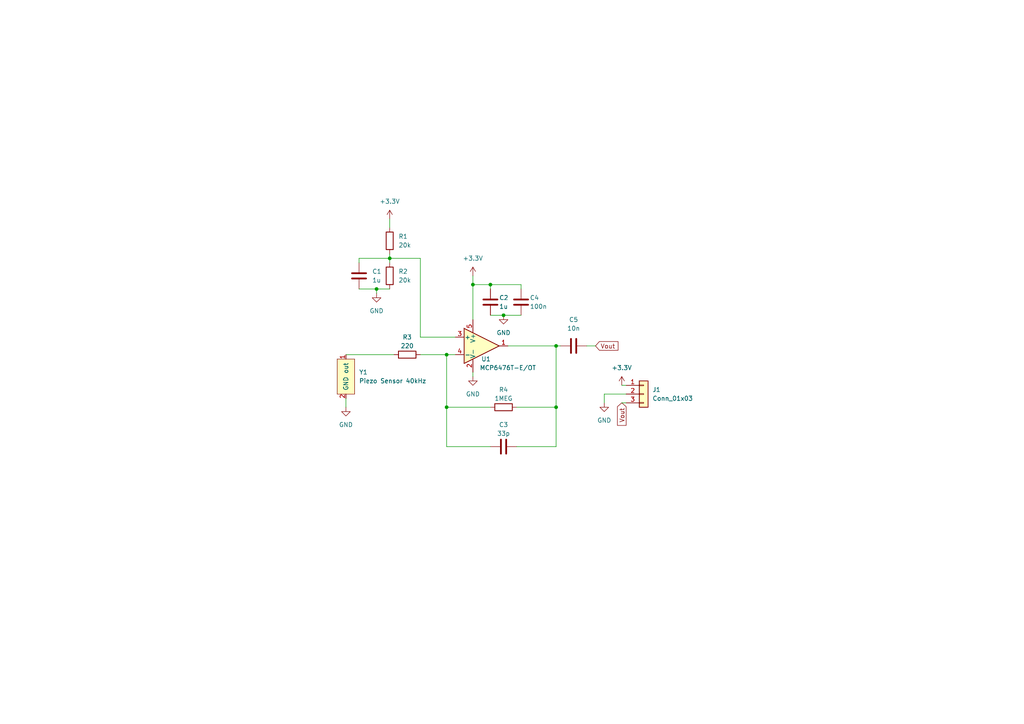
<source format=kicad_sch>
(kicad_sch (version 20211123) (generator eeschema)
  (paper "A4")
  (lib_symbols
    (symbol "Connector_Generic:Conn_01x03" (pin_names (offset 1.016) hide)
      (property "Reference" "J" (at 0 5.08 0))
      (property "Value" "Conn_01x03" (at 0 -5.08 0))
      (symbol "Conn_01x03_1_1"
        (rectangle (start -1.27 -2.413) (end 0 -2.667) (stroke (width 0.1524)))
        (rectangle (start -1.27 0.127) (end 0 -0.127) (stroke (width 0.1524)))
        (rectangle (start -1.27 2.667) (end 0 2.413) (stroke (width 0.1524)))
        (rectangle (start -1.27 3.81) (end 1.27 -3.81) (stroke (width 0.254)) (fill (type background)))
        (pin passive line (at -5.08 2.54 0) (length 3.81) (name "Pin_1") (number "1"))
        (pin passive line (at -5.08 0 0) (length 3.81) (name "Pin_2") (number "2"))
        (pin passive line (at -5.08 -2.54 0) (length 3.81) (name "Pin_3") (number "3"))
      )
    )
    (symbol "Device:C" (pin_numbers hide) (pin_names (offset 0.254))
      (property "Reference" "C" (at 0.635 2.54 0))
      (property "Value" "C" (at 0.635 -2.54 0))
      (symbol "C_0_1"
        (polyline (pts (xy -2.032 -0.762) (xy 2.032 -0.762)) (stroke (width 0.508)))
        (polyline (pts (xy -2.032 0.762) (xy 2.032 0.762)) (stroke (width 0.508)))
      )
      (symbol "C_1_1"
        (pin passive line (at 0 3.81 270) (length 2.794) (name "~") (number "1"))
        (pin passive line (at 0 -3.81 90) (length 2.794) (name "~") (number "2"))
      )
    )
    (symbol "Device:R" (pin_numbers hide) (pin_names (offset 0))
      (property "Reference" "R" (at 2.032 0 90))
      (property "Value" "R" (at 0 0 90))
      (symbol "R_0_1"
        (rectangle (start -1.016 -2.54) (end 1.016 2.54) (stroke (width 0.254)))
      )
      (symbol "R_1_1"
        (pin passive line (at 0 3.81 270) (length 1.27) (name "~") (number "1"))
        (pin passive line (at 0 -3.81 90) (length 1.27) (name "~") (number "2"))
      )
    )
    (symbol "piezo_preamp:MCP6476T-E{slash}OT" (pin_names (offset 0.127))
      (property "Reference" "U" (at 0 5.08 0))
      (property "Value" "MCP6476T-E{slash}OT" (at 0 -5.08 0))
      (symbol "MCP6476T-E{slash}OT_0_1"
        (polyline (pts (xy -5.08 5.08) (xy 5.08 0) (xy -5.08 -5.08) (xy -5.08 5.08)) (stroke (width 0.254)) (fill (type background)))
        (pin power_in line (at -2.54 -7.62 90) (length 3.81) (name "V-") (number "2"))
        (pin power_in line (at -2.54 7.62 270) (length 3.81) (name "V+") (number "5"))
      )
      (symbol "MCP6476T-E{slash}OT_1_1"
        (pin output line (at 7.62 0 180) (length 2.54) (name "~") (number "1"))
        (pin input line (at -7.62 2.54 0) (length 2.54) (name "+") (number "3"))
        (pin input line (at -7.62 -2.54 0) (length 2.54) (name "-") (number "4"))
      )
    )
    (symbol "piezo_preamp:Piezo Sensor 40kHz" (pin_names (offset 1.016))
      (property "Reference" "Y" (at 0 3.81 0))
      (property "Value" "Piezo Sensor 40kHz" (at 0 -3.81 0))
      (symbol "Piezo Sensor 40kHz_0_1"
        (rectangle (start 5.08 -2.54) (end -5.08 2.54) (fill (type background)))
      )
      (symbol "Piezo Sensor 40kHz_1_1"
        (pin output line (at -6.35 0 0) (length 1.27) (name "out") (number "1"))
        (pin passive line (at 6.35 0 180) (length 1.27) (name "GND") (number "2"))
      )
    )
    (symbol "power:+3.3V" (power) (pin_names (offset 0))
      (property "Value" "+3.3V" (at 0 3.556 0))
      (symbol "+3.3V_0_1"
        (polyline (pts (xy -0.762 1.27) (xy 0 2.54)))
        (polyline (pts (xy 0 0) (xy 0 2.54)))
        (polyline (pts (xy 0 2.54) (xy 0.762 1.27)))
      )
      (symbol "+3.3V_1_1"
        (pin power_in line (at 0 0 90) (length 0) hide (name "+3.3V") (number "1"))
      )
    )
    (symbol "power:GND" (power) (pin_names (offset 0))
      (property "Value" "GND" (at 0 -3.81 0))
      (symbol "GND_0_1"
        (polyline (pts (xy 0 0) (xy 0 -1.27) (xy 1.27 -1.27) (xy 0 -2.54) (xy -1.27 -1.27) (xy 0 -1.27)))
      )
      (symbol "GND_1_1"
        (pin power_in line (at 0 0 270) (length 0) hide (name "GND") (number "1"))
      )
    )
  )
  (junction (at 146.05 91.44))
  (junction (at 142.24 82.55))
  (junction (at 161.29 100.33))
  (junction (at 129.54 118.11))
  (junction (at 161.29 118.11))
  (junction (at 137.16 82.55))
  (junction (at 129.54 102.87))
  (junction (at 113.03 74.93))
  (junction (at 109.22 83.82))
  (wire (pts (xy 113.03 74.93) (xy 113.03 76.2)))
  (wire (pts (xy 161.29 129.54) (xy 149.86 129.54)))
  (wire (pts (xy 137.16 82.55) (xy 142.24 82.55)))
  (wire (pts (xy 175.26 116.84) (xy 175.26 114.3)))
  (wire (pts (xy 121.92 97.79) (xy 121.92 74.93)))
  (wire (pts (xy 180.34 111.76) (xy 181.61 111.76)))
  (wire (pts (xy 180.34 116.84) (xy 181.61 116.84)))
  (wire (pts (xy 104.14 83.82) (xy 109.22 83.82)))
  (wire (pts (xy 100.33 102.87) (xy 114.3 102.87)))
  (wire (pts (xy 109.22 85.09) (xy 109.22 83.82)))
  (wire (pts (xy 151.13 82.55) (xy 151.13 83.82)))
  (wire (pts (xy 132.08 97.79) (xy 121.92 97.79)))
  (wire (pts (xy 161.29 100.33) (xy 161.29 118.11)))
  (wire (pts (xy 137.16 109.22) (xy 137.16 107.95)))
  (wire (pts (xy 170.18 100.33) (xy 172.72 100.33)))
  (wire (pts (xy 104.14 76.2) (xy 104.14 74.93)))
  (wire (pts (xy 100.33 115.57) (xy 100.33 118.11)))
  (wire (pts (xy 149.86 118.11) (xy 161.29 118.11)))
  (wire (pts (xy 129.54 118.11) (xy 129.54 102.87)))
  (wire (pts (xy 161.29 118.11) (xy 161.29 129.54)))
  (wire (pts (xy 104.14 74.93) (xy 113.03 74.93)))
  (wire (pts (xy 142.24 82.55) (xy 151.13 82.55)))
  (wire (pts (xy 147.32 100.33) (xy 161.29 100.33)))
  (wire (pts (xy 161.29 100.33) (xy 162.56 100.33)))
  (wire (pts (xy 146.05 91.44) (xy 151.13 91.44)))
  (wire (pts (xy 113.03 63.5) (xy 113.03 66.04)))
  (wire (pts (xy 113.03 73.66) (xy 113.03 74.93)))
  (wire (pts (xy 129.54 129.54) (xy 142.24 129.54)))
  (wire (pts (xy 137.16 80.01) (xy 137.16 82.55)))
  (wire (pts (xy 129.54 118.11) (xy 142.24 118.11)))
  (wire (pts (xy 121.92 102.87) (xy 129.54 102.87)))
  (wire (pts (xy 109.22 83.82) (xy 113.03 83.82)))
  (wire (pts (xy 142.24 91.44) (xy 146.05 91.44)))
  (wire (pts (xy 129.54 102.87) (xy 132.08 102.87)))
  (wire (pts (xy 121.92 74.93) (xy 113.03 74.93)))
  (wire (pts (xy 137.16 82.55) (xy 137.16 92.71)))
  (wire (pts (xy 129.54 118.11) (xy 129.54 129.54)))
  (wire (pts (xy 142.24 82.55) (xy 142.24 83.82)))
  (wire (pts (xy 175.26 114.3) (xy 181.61 114.3)))
  (global_label "Vout" (shape input) (at 180.34 116.84 270) (property "Intersheet References" "${INTERSHEET_REFS}" (effects hide)))
  (global_label "Vout" (shape input) (at 172.72 100.33 0) (property "Intersheet References" "${INTERSHEET_REFS}" (effects hide)))
  (symbol (lib_id "Connector_Generic:Conn_01x03") (at 186.69 114.3 0) (unit 1)
    (property "Reference" "J1" (at 189.23 113.0299 0) (effects (justify left)))
    (property "Value" "Conn_01x03" (at 189.23 115.5699 0) (effects (justify left)))
    (property "Footprint" "Connector_PinHeader_2.54mm:PinHeader_1x03_P2.54mm_Vertical" (effects hide))
  )
  (symbol (lib_id "Device:R") (at 113.03 80.01 0) (unit 1)
    (property "Reference" "R2" (at 115.57 78.7399 0) (effects (justify left)))
    (property "Value" "20k" (at 115.57 81.2799 0) (effects (justify left)))
    (property "Footprint" "Resistor_SMD:R_0805_2012Metric_Pad1.20x1.40mm_HandSolder" (effects hide))
  )
  (symbol (lib_id "power:GND") (at 146.05 91.44 0) (unit 1)
    (property "Reference" "#PWR06" (effects hide))
    (property "Value" "GND" (at 146.05 96.52 0))
  )
  (symbol (lib_id "power:GND") (at 175.26 116.84 0) (unit 1)
    (property "Reference" "#PWR07" (effects hide))
    (property "Value" "GND" (at 175.26 121.92 0))
  )
  (symbol (lib_id "piezo_preamp:MCP6476T-E{slash}OT") (at 139.7 100.33 0) (unit 1)
    (property "Reference" "U1" (at 140.97 104.14 0))
    (property "Value" "MCP6476T-E/OT" (at 147.32 106.68 0))
    (property "Footprint" "Package_TO_SOT_SMD:SOT-23-5" (effects hide))
    (property "Datasheet" "https://www.mouser.de/datasheet/2/268/MCP6476_6R_6U_7_9_Data_Sheet_20006419B-2449557.pdf" (effects hide))
  )
  (symbol (lib_id "power:GND") (at 109.22 85.09 0) (unit 1)
    (property "Reference" "#PWR02" (effects hide))
    (property "Value" "GND" (at 109.22 90.17 0))
  )
  (symbol (lib_id "power:+3.3V") (at 180.34 111.76 0) (unit 1)
    (property "Reference" "#PWR08" (effects hide))
    (property "Value" "+3.3V" (at 180.34 106.68 0))
  )
  (symbol (lib_id "Device:C") (at 146.05 129.54 90) (unit 1)
    (property "Reference" "C3" (at 146.05 123.19 90))
    (property "Value" "33p" (at 146.05 125.73 90))
    (property "Footprint" "Capacitor_SMD:C_0805_2012Metric_Pad1.18x1.45mm_HandSolder" (effects hide))
  )
  (symbol (lib_id "power:+3.3V") (at 113.03 63.5 0) (unit 1)
    (property "Reference" "#PWR03" (effects hide))
    (property "Value" "+3.3V" (at 113.03 58.42 0))
  )
  (symbol (lib_id "piezo_preamp:Piezo Sensor 40kHz") (at 100.33 109.22 270) (unit 1)
    (property "Reference" "Y1" (at 104.14 107.9499 90) (effects (justify left)))
    (property "Value" "Piezo Sensor 40kHz" (at 104.14 110.4899 90) (effects (justify left)))
    (property "Footprint" "preamp_footprints:piezo_sensor_D25mm" (effects hide))
    (property "Datasheet" "https://www.mouser.de/datasheet/2/911/ProWave_114_400EP25U_400EP25U__Spec-3006859.pdf" (effects hide))
  )
  (symbol (lib_id "Device:R") (at 113.03 69.85 0) (unit 1)
    (property "Reference" "R1" (at 115.57 68.5799 0) (effects (justify left)))
    (property "Value" "20k" (at 115.57 71.1199 0) (effects (justify left)))
    (property "Footprint" "Resistor_SMD:R_0805_2012Metric_Pad1.20x1.40mm_HandSolder" (effects hide))
  )
  (symbol (lib_id "Device:C") (at 142.24 87.63 0) (unit 1)
    (property "Reference" "C2" (at 144.78 86.36 0) (effects (justify left)))
    (property "Value" "1u" (at 144.78 88.9 0) (effects (justify left)))
    (property "Footprint" "Resistor_SMD:R_0805_2012Metric_Pad1.20x1.40mm_HandSolder" (effects hide))
  )
  (symbol (lib_id "Device:C") (at 151.13 87.63 0) (unit 1)
    (property "Reference" "C4" (at 153.67 86.36 0) (effects (justify left)))
    (property "Value" "100n" (at 153.67 88.9 0) (effects (justify left)))
    (property "Footprint" "Capacitor_SMD:C_0805_2012Metric_Pad1.18x1.45mm_HandSolder" (effects hide))
  )
  (symbol (lib_id "Device:R") (at 146.05 118.11 90) (unit 1)
    (property "Reference" "R4" (at 146.05 113.03 90))
    (property "Value" "1MEG" (at 146.05 115.57 90))
    (property "Footprint" "Resistor_SMD:R_0805_2012Metric_Pad1.20x1.40mm_HandSolder" (effects hide))
  )
  (symbol (lib_id "power:+3.3V") (at 137.16 80.01 0) (unit 1)
    (property "Reference" "#PWR04" (effects hide))
    (property "Value" "+3.3V" (at 137.16 74.93 0))
  )
  (symbol (lib_id "Device:C") (at 104.14 80.01 0) (unit 1)
    (property "Reference" "C1" (at 107.95 78.7399 0) (effects (justify left)))
    (property "Value" "1u" (at 107.95 81.2799 0) (effects (justify left)))
    (property "Footprint" "Resistor_SMD:R_0805_2012Metric_Pad1.20x1.40mm_HandSolder" (effects hide))
  )
  (symbol (lib_id "power:GND") (at 137.16 109.22 0) (unit 1)
    (property "Reference" "#PWR05" (effects hide))
    (property "Value" "GND" (at 137.16 114.3 0))
  )
  (symbol (lib_id "power:GND") (at 100.33 118.11 0) (unit 1)
    (property "Reference" "#PWR01" (effects hide))
    (property "Value" "GND" (at 100.33 123.19 0))
  )
  (symbol (lib_id "Device:R") (at 118.11 102.87 90) (unit 1)
    (property "Reference" "R3" (at 118.11 97.79 90))
    (property "Value" "220" (at 118.11 100.33 90))
    (property "Footprint" "Resistor_SMD:R_0805_2012Metric_Pad1.20x1.40mm_HandSolder" (effects hide))
  )
  (symbol (lib_id "Device:C") (at 166.37 100.33 90) (unit 1)
    (property "Reference" "C5" (at 166.37 92.71 90))
    (property "Value" "10n" (at 166.37 95.25 90))
    (property "Footprint" "Capacitor_SMD:C_0805_2012Metric_Pad1.18x1.45mm_HandSolder" (effects hide))
  )
)
</source>
